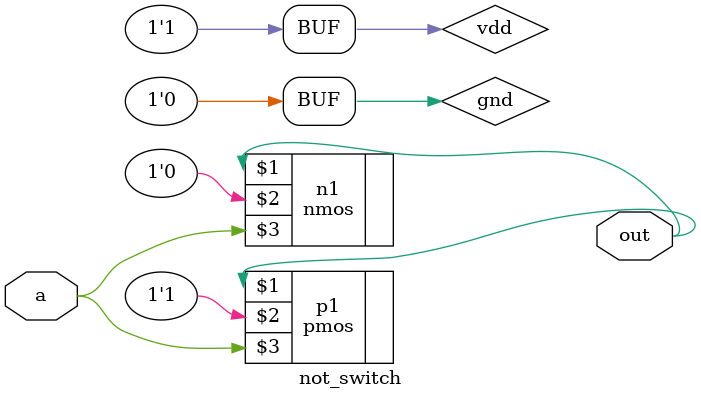
<source format=v>
module alu(a, b, control, res);
    input [3:0] a, b; // Операнды
    input [2:0] control; // Управляющие сигналы для выбора операции 
    output [3:0] res; // Результат
    // TODO: implementation
    wire [3:0] invertB;
    bitwiseNot invert_B(b, invertB);

    wire [3:0] muxB;
    mux2to1_4bit mux_B(b, invertB, control[2], muxB);


    wire [3:0] andRes, orRes;
    bitwiseAnd and_res(a, muxB, andRes);
    bitwiseOr or_res(a, muxB, orRes);


    wire [3:0] adderRes;
    sum_switch adder_res(a, muxB, control[2], adderRes);

    wire [3:0] zeroExRes;
    zeroExtend zeroEx_res(adderRes, zeroExRes);
    
    mux4to1_4bit res_mux(andRes, orRes, adderRes, zeroExRes, control[1:0], res);

    // initial begin
    //     $monitor("a : %b,\nb : %b,\ninvB : %b,\nmuxB : %b,\na and b OR a and !b: %b,\na + b OR a - b : %b,\nnot used : 011,\na | b OR a | !b : %b,\nslt : %b", a, b, invertB, muxB, andRes, adderRes, orRes, zeroExRes);
    // end

    

endmodule

module d_latch(clk, d, we, q);
    input clk; // Сигнал синхронизации
    input d; // Бит для записи в ячейку
    input we; // Необходимо ли перезаписать содержимое ячейки

    output reg q; // Сама ячейка
    // Изначально в ячейке хранится 0
    initial begin
        q <= 0;
    end
    // Значение изменяется на переданное на спаде сигнала синхронизации
    always @ (negedge clk) begin
    if (we) begin
        q <= d;
    end
    end
endmodule

module register_file(clk, rd_addr, we_addr, we_data, rd_data);
    input clk; // Сигнал синхронизации
    input [1:0] rd_addr, we_addr; // Номера регистров для чтения и записи
    input [3:0] we_data; // Данные для записи в регистровый файл

    output [3:0] rd_data; // Данные, полученные в результате чтения из регистрового файла
    // TODO: implementation
endmodule

module calculator(clk, rd_addr, immediate, we_addr, control, rd_data);
    input clk; // Сигнал синхронизации
    input [1:0] rd_addr; // Номер регистра, из которого берется значение первого операнда
    input [3:0] immediate; // Целочисленная константа, выступающая вторым операндом
    input [1:0] we_addr; // Номер регистра, куда производится запись результата операции
    input [2:0] control; // Управляющие сигналы для выбора операции

    output [3:0] rd_data; // Данные из регистра c номером 'rd_addr', подающиеся на выход
    // TODO: implementation
endmodule


module zeroExtend (
    a,
    res
);
    input [3:0] a;
    output [3:0] res;

    assign res[3] = 0;
    assign res[2] = 0;
    assign res[1] = 0;
    assign res[0] = a[3];
    
endmodule

module mux2to1_4bit (
    op0,
    op1,
    control, 
    res
);
    input [3:0] op0, op1;
    input control;
    output [3:0] res;

    wire [1:0] a0 = {op1[0], op0[0]};
    wire [1:0] a1 = {op1[1], op0[1]};
    wire [1:0] a2 = {op1[2], op0[2]};
    wire [1:0] a3 = {op1[3], op0[3]};

    mux2to1 mux_0th(a0, control, res[0]);
    mux2to1 mux_1th(a1, control, res[1]);
    mux2to1 mux_2th(a2, control, res[2]);
    mux2to1 mux_3th(a3, control, res[3]);
    
endmodule


module mux4to1_4bit(
    op0,
    op1,
    op2,
    op3,
    control,
    res
);

    input [3:0] op0, op1, op2, op3;
    input [1:0] control;
    output [3:0] res;

    wire [3:0] a0 = {op3[0], op2[0], op1[0], op0[0]};
    wire [3:0] a1 = {op3[1], op2[1], op1[1], op0[1]};
    wire [3:0] a2 = {op3[2], op2[2], op1[2], op0[2]};
    wire [3:0] a3 = {op3[3], op2[3], op1[3], op0[3]};

    mux4to1 mux_0th(a0, control, res[0]);
    mux4to1 mux_1th(a1, control, res[1]);
    mux4to1 mux_2th(a2, control, res[2]);
    mux4to1 mux_3th(a3, control, res[3]);

    
endmodule


module mux2to1 (
    a,
    control,
    res
);

    input [1:0] a;
    input control;
    output res;

    wire not_control;
    
    not_switch not_0(control, not_control);

    wire and0, and1;
    and_switch and_0(a[0], not_control, and0);
    and_switch and_1(a[1], control, and1);

    or_switch or_0(and0, and1, res);
endmodule

module mux4to1(
    a,
    control,
    res
);    

    input [3:0] a;
    input [1:0] control;
    output res;

    wire not_c0, not_c1;

    not_switch not_0(control[0], not_c0);
    not_switch not_1(control[1], not_c1);

    wire and0, and1, and2, and3, d0, d1, d2, d3;

    and_switch and_0_0(not_c0, not_c1, d0);
    and_switch and_0_1(d0, a[0], and0);

    and_switch and_1_0(control[0], not_c1, d1);
    and_switch and_1_1(d1, a[1], and1);

    and_switch and_2_0(not_c0, control[1], d2);
    and_switch and_2_1(d2, a[2], and2);

    and_switch and_3_0(control[0], control[1], d3);
    and_switch and_3_1(d3, a[3], and3);

    wire tOr1, tOr2;
    or_switch or_0(and0, and1, tOr1);
    or_switch or_1(and2, and3, tOr2);
    or_switch or_2(tOr1, tOr2, res);

endmodule

// module subtract_switch(a, b, res);
//     input [3:0] a, b;
//     output [3:0] res;
    
//     wire [3:0] notB;
//     bitwiseNot not_b(b, notB);
//     wire [3:0] cout;
    
//     supply1 vdd;
//     fullAdder adder0(a[0], notB[0], vdd, res[0], cout[0]);
//     fullAdder adder1(a[1], notB[1], cout[0], res[1], cout[1]);
//     fullAdder adder2(a[2], notB[2], cout[1], res[2], cout[2]);
//     fullAdder adder3(a[3], notB[3], cout[2], res[3], cout[3]);
    
// endmodule

module sum_switch(a, b, cin, res);
    input [3:0] a, b;
    input cin;
    output [3:0] res;

    wire [3:0] cout;

    fullAdder adder0(a[0], b[0], cin, res[0], cout[0]);
    fullAdder adder1(a[1], b[1], cout[0], res[1], cout[1]);
    fullAdder adder2(a[2], b[2], cout[1], res[2], cout[2]);
    fullAdder adder3(a[3], b[3], cout[2], res[3], cout[3]);

endmodule

module fullAdder(a, b, cin, s, cout);
    // s = a ^ b ^ cin
    // cout = ab || (cin & (a ^ b)) 

    input a, b, cin;
    output s, cout;

    wire aXorb;

    xor_switch xor_1(a, b, aXorb);
    xor_switch xor_2(aXorb, cin, s);

    wire aAndb;
    wire cinAndaxb;

    and_switch and_1(a, b, aAndb);
    and_switch and_2(aXorb, cin, cinAndaxb);
    or_switch or_1(aAndb, cinAndaxb, cout);


endmodule


module bitwiseNot(a, res);
    input [3:0] a;
    output [3:0] res;

    not_switch not_0(a[0], res[0]);
    not_switch not_1(a[1], res[1]);
    not_switch not_2(a[2], res[2]);
    not_switch not_3(a[3], res[3]);
    
endmodule



module bitwiseOr(a, b, res);
    input [3:0] a, b;
    output [3:0] res;

    or_switch or_0(a[0], b[0], res[0]);
    or_switch or_1(a[1], b[1], res[1]);
    or_switch or_2(a[2], b[2], res[2]);
    or_switch or_3(a[3], b[3], res[3]);
    
endmodule


module bitwiseAnd(a, b, res);
    input [3:0] a, b;
    output [3:0] res;

    and_switch and_0(a[0], b[0], res[0]);
    and_switch and_1(a[1], b[1], res[1]);
    and_switch and_2(a[2], b[2], res[2]);
    and_switch and_3(a[3], b[3], res[3]);

endmodule


module xor_switch(a, b, out);
    // a ^ b = (not a and b) OR (not b and a)
    input wire a, b;

    output wire out;

    wire notA, notB, nAB, AnB;

    not_switch not_1(a, notA);
    not_switch not_2(b, notB);

    and_switch and_1(notA, b, nAB);
    and_switch and_2(a, notB, AnB);

    or_switch my_or(nAB, AnB, out);

endmodule

module or_switch(a, b, out);
    input wire a, b;
    output wire out;

    wire w;

    nor_switch my_nor(a, b, w);
    not_switch my_not(w, out);
endmodule

module nor_switch(a, b, out);
    input wire a, b;
    output wire out;

    supply0 gnd;
    supply1 vdd;

    wire w1;

    pmos p1(w1, vdd, a);
    pmos p2(out, w1, b);

    nmos n1(out, gnd, a);
    nmos n2(out, gnd, b);
    
endmodule


module and_switch(a, b, out);
    input wire a, b;
    output wire out;

    wire w;

    nand_switch my_nand(a, b, w);
    not_switch my_not(w, out);


endmodule


module nand_switch(a, b, out);
    input wire a, b;
    output wire out;

    supply0 gnd;
    supply1 vdd;

    wire w1;

    pmos p1(out, vdd, a);
    pmos p2(out, vdd, b);

    nmos n1(w1, gnd, a);
    nmos n2(out, w1, b);

endmodule

module not_switch(a, out);
    input wire a;
    output wire out;

    supply0 gnd;
    supply1 vdd;

    pmos p1(out, vdd, a);
    nmos n1(out, gnd, a);

endmodule
</source>
